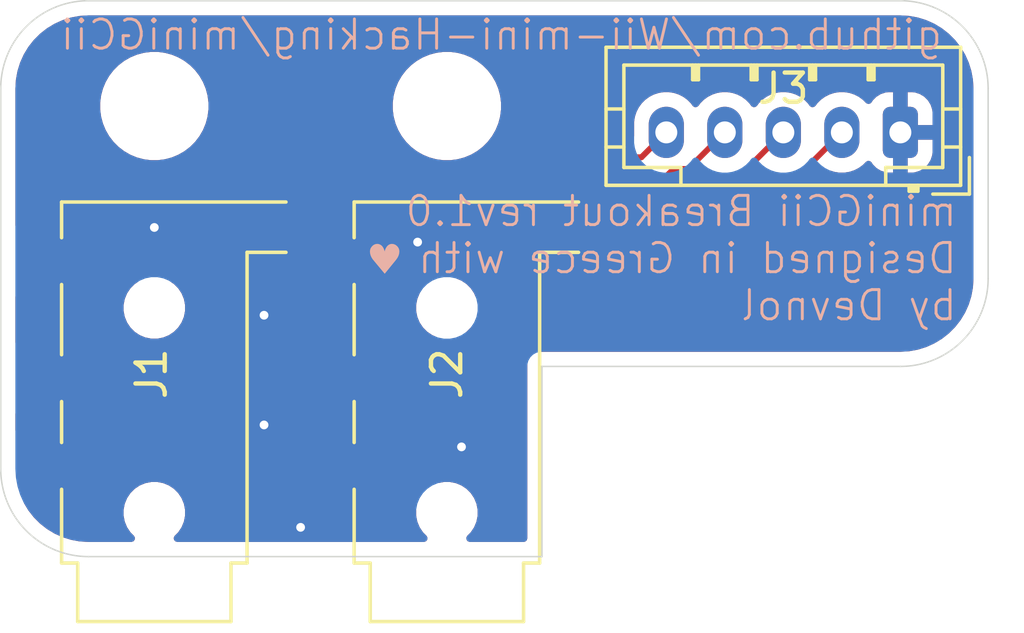
<source format=kicad_pcb>
(kicad_pcb (version 20240108) (generator "pcbnew") (generator_version "8.0")
  (layers (0 "F.Cu" signal) (31 "B.Cu" signal) (34 "B.Paste" user) (35 "F.Paste" user) (36 "B.SilkS" user "B.Silkscreen") (37 "F.SilkS" user "F.Silkscreen") (38 "B.Mask" user) (39 "F.Mask" user) (44 "Edge.Cuts" user))
  (net 0 "")
  (net 1 "/DAT1")
  (net 2 "/GND")
  (net 3 "/3v3")
  (net 4 "/5V")
  (net 5 "/DAT2")
  (footprint "MountingHole:MountingHole_3.2mm_M3" (layer "F.Cu") (at 143.25 105.6)
    (property "Reference" "REF**" (hide yes))
    (property "Value" "MountingHole_3.2mm_M3" (hide yes))
    (pad "" np_thru_hole circle (at 0 0) (size 3.2 3.2) (drill 3.2) (layers "*.Cu" "*.Mask"))
  )
  (footprint "Connector_Audio:Jack_3.5mm_KoreanHropartsElec_PJ-320D-4A_Horizontal" (layer "F.Cu") (at 143.25 114.75 90)
    (property "Reference" "J2" (at 0 0 90) (layer "F.SilkS"))
    (property "Value" "AudioJack4" (hide yes))
    (fp_line (start 5.87 -3.17) (end 4.65 -3.17) (stroke (width 0.12)) (layer "F.SilkS"))
    (fp_line (start 5.87 -3.17) (end 5.87 4.5) (stroke (width 0.12)) (layer "F.SilkS"))
    (fp_line (start 0.65 -3.17) (end 3.05 -3.17) (stroke (width 0.12)) (layer "F.SilkS"))
    (fp_line (start -2.35 -3.17) (end -0.95 -3.17) (stroke (width 0.12)) (layer "F.SilkS"))
    (fp_line (start -6.47 -3.17) (end -3.95 -3.17) (stroke (width 0.12)) (layer "F.SilkS"))
    (fp_line (start -6.47 -2.62) (end -6.47 -3.17) (stroke (width 0.12)) (layer "F.SilkS"))
    (fp_line (start -8.47 -2.62) (end -6.47 -2.62) (stroke (width 0.12)) (layer "F.SilkS"))
    (fp_line (start -6.47 2.62) (end -8.47 2.62) (stroke (width 0.12)) (layer "F.SilkS"))
    (fp_line (start -8.47 2.62) (end -8.47 -2.62) (stroke (width 0.12)) (layer "F.SilkS"))
    (fp_line (start 4.15 3.17) (end -6.47 3.17) (stroke (width 0.12)) (layer "F.SilkS"))
    (fp_line (start -6.47 3.17) (end -6.47 2.62) (stroke (width 0.12)) (layer "F.SilkS"))
    (fp_line (start 4.15 4.5) (end 4.15 3.17) (stroke (width 0.12)) (layer "F.SilkS"))
    (pad "" np_thru_hole circle (at -4.75 0 90) (size 1.6 1.6) (drill 1.6) (layers "F&B.Cu" "*.Mask"))
    (pad "" np_thru_hole circle (at 2.25 0 90) (size 1.6 1.6) (drill 1.6) (layers "F&B.Cu" "*.Mask"))
    (pad "R1" smd rect (at -0.15 -3.25 90) (size 1.2 2.5) (layers "F.Cu" "F.Paste" "F.Mask") (net 3 "/3v3"))
    (pad "R2" smd rect (at -3.15 -3.25 90) (size 1.2 2.5) (layers "F.Cu" "F.Paste" "F.Mask") (net 5 "/DAT2"))
    (pad "S" smd rect (at 4.95 3.25 90) (size 1.2 2.5) (layers "F.Cu" "F.Paste" "F.Mask") (net 2 "/GND"))
    (pad "T" smd rect (at 3.85 -3.25 90) (size 1.2 2.5) (layers "F.Cu" "F.Paste" "F.Mask") (net 4 "/5V"))
  )
  (footprint "Connector_Audio:Jack_3.5mm_KoreanHropartsElec_PJ-320D-4A_Horizontal" (layer "F.Cu") (at 133.25 114.75 90)
    (property "Reference" "J1" (at 0 -0.1 90) (layer "F.SilkS"))
    (property "Value" "AudioJack4" (hide yes))
    (fp_line (start 5.87 -3.17) (end 4.65 -3.17) (stroke (width 0.12)) (layer "F.SilkS"))
    (fp_line (start 5.87 -3.17) (end 5.87 4.5) (stroke (width 0.12)) (layer "F.SilkS"))
    (fp_line (start 0.65 -3.17) (end 3.05 -3.17) (stroke (width 0.12)) (layer "F.SilkS"))
    (fp_line (start -2.35 -3.17) (end -0.95 -3.17) (stroke (width 0.12)) (layer "F.SilkS"))
    (fp_line (start -6.47 -3.17) (end -3.95 -3.17) (stroke (width 0.12)) (layer "F.SilkS"))
    (fp_line (start -6.47 -2.62) (end -6.47 -3.17) (stroke (width 0.12)) (layer "F.SilkS"))
    (fp_line (start -8.47 -2.62) (end -6.47 -2.62) (stroke (width 0.12)) (layer "F.SilkS"))
    (fp_line (start -6.47 2.62) (end -8.47 2.62) (stroke (width 0.12)) (layer "F.SilkS"))
    (fp_line (start -8.47 2.62) (end -8.47 -2.62) (stroke (width 0.12)) (layer "F.SilkS"))
    (fp_line (start 4.15 3.17) (end -6.47 3.17) (stroke (width 0.12)) (layer "F.SilkS"))
    (fp_line (start -6.47 3.17) (end -6.47 2.62) (stroke (width 0.12)) (layer "F.SilkS"))
    (fp_line (start 4.15 4.5) (end 4.15 3.17) (stroke (width 0.12)) (layer "F.SilkS"))
    (pad "" np_thru_hole circle (at -4.75 0 90) (size 1.6 1.6) (drill 1.6) (layers "F&B.Cu" "*.Mask"))
    (pad "" np_thru_hole circle (at 2.25 0 90) (size 1.6 1.6) (drill 1.6) (layers "F&B.Cu" "*.Mask"))
    (pad "R1" smd rect (at -0.15 -3.25 90) (size 1.2 2.5) (layers "F.Cu" "F.Paste" "F.Mask") (net 3 "/3v3"))
    (pad "R2" smd rect (at -3.15 -3.25 90) (size 1.2 2.5) (layers "F.Cu" "F.Paste" "F.Mask") (net 1 "/DAT1"))
    (pad "S" smd rect (at 4.95 3.25 90) (size 1.2 2.5) (layers "F.Cu" "F.Paste" "F.Mask") (net 2 "/GND"))
    (pad "T" smd rect (at 3.85 -3.25 90) (size 1.2 2.5) (layers "F.Cu" "F.Paste" "F.Mask") (net 4 "/5V"))
  )
  (footprint "MountingHole:MountingHole_3.2mm_M3" (layer "F.Cu") (at 133.25 105.6)
    (property "Reference" "REF**" (hide yes))
    (property "Value" "MountingHole_3.2mm_M3" (hide yes))
    (pad "" np_thru_hole circle (at 0 0) (size 3.2 3.2) (drill 3.2) (layers "*.Cu" "*.Mask"))
  )
  (footprint "Connector_JST:JST_PH_B5B-PH-K_1x05_P2.00mm_Vertical" (layer "F.Cu") (at 158.75 106.5 180)
    (property "Reference" "J3" (at 4 1.5 0) (layer "F.SilkS"))
    (property "Value" "Conn_01x05_Pin" (hide yes))
    (fp_line (start 10.06 2.91) (end 10.06 -1.81) (stroke (width 0.12)) (layer "F.SilkS"))
    (fp_line (start 10.06 0.8) (end 9.45 0.8) (stroke (width 0.12)) (layer "F.SilkS"))
    (fp_line (start 10.06 -0.5) (end 9.45 -0.5) (stroke (width 0.12)) (layer "F.SilkS"))
    (fp_line (start 10.06 -1.81) (end -2.06 -1.81) (stroke (width 0.12)) (layer "F.SilkS"))
    (fp_line (start 9.45 2.3) (end 9.45 -1.2) (stroke (width 0.12)) (layer "F.SilkS"))
    (fp_line (start 9.45 -1.2) (end 7.5 -1.2) (stroke (width 0.12)) (layer "F.SilkS"))
    (fp_line (start 7.5 -1.2) (end 7.5 -1.81) (stroke (width 0.12)) (layer "F.SilkS"))
    (fp_line (start 7.1 1.8) (end 7.1 2.3) (stroke (width 0.12)) (layer "F.SilkS"))
    (fp_line (start 7 2.3) (end 7 1.8) (stroke (width 0.12)) (layer "F.SilkS"))
    (fp_line (start 6.9 2.3) (end 6.9 1.8) (stroke (width 0.12)) (layer "F.SilkS"))
    (fp_line (start 6.9 1.8) (end 7.1 1.8) (stroke (width 0.12)) (layer "F.SilkS"))
    (fp_line (start 5.1 1.8) (end 5.1 2.3) (stroke (width 0.12)) (layer "F.SilkS"))
    (fp_line (start 5 2.3) (end 5 1.8) (stroke (width 0.12)) (layer "F.SilkS"))
    (fp_line (start 4.9 2.3) (end 4.9 1.8) (stroke (width 0.12)) (layer "F.SilkS"))
    (fp_line (start 4.9 1.8) (end 5.1 1.8) (stroke (width 0.12)) (layer "F.SilkS"))
    (fp_line (start 3.1 1.8) (end 3.1 2.3) (stroke (width 0.12)) (layer "F.SilkS"))
    (fp_line (start 3 2.3) (end 3 1.8) (stroke (width 0.12)) (layer "F.SilkS"))
    (fp_line (start 2.9 2.3) (end 2.9 1.8) (stroke (width 0.12)) (layer "F.SilkS"))
    (fp_line (start 2.9 1.8) (end 3.1 1.8) (stroke (width 0.12)) (layer "F.SilkS"))
    (fp_line (start 1.1 1.8) (end 1.1 2.3) (stroke (width 0.12)) (layer "F.SilkS"))
    (fp_line (start 1 2.3) (end 1 1.8) (stroke (width 0.12)) (layer "F.SilkS"))
    (fp_line (start 0.9 2.3) (end 0.9 1.8) (stroke (width 0.12)) (layer "F.SilkS"))
    (fp_line (start 0.9 1.8) (end 1.1 1.8) (stroke (width 0.12)) (layer "F.SilkS"))
    (fp_line (start 0.5 -1.2) (end -1.45 -1.2) (stroke (width 0.12)) (layer "F.SilkS"))
    (fp_line (start 0.5 -1.81) (end 0.5 -1.2) (stroke (width 0.12)) (layer "F.SilkS"))
    (fp_line (start -0.3 -1.81) (end -0.3 -2.01) (stroke (width 0.12)) (layer "F.SilkS"))
    (fp_line (start -0.3 -1.91) (end -0.6 -1.91) (stroke (width 0.12)) (layer "F.SilkS"))
    (fp_line (start -0.3 -2.01) (end -0.6 -2.01) (stroke (width 0.12)) (layer "F.SilkS"))
    (fp_line (start -0.6 -2.01) (end -0.6 -1.81) (stroke (width 0.12)) (layer "F.SilkS"))
    (fp_line (start -1.11 -2.11) (end -2.36 -2.11) (stroke (width 0.12)) (layer "F.SilkS"))
    (fp_line (start -1.45 2.3) (end 9.45 2.3) (stroke (width 0.12)) (layer "F.SilkS"))
    (fp_line (start -1.45 -1.2) (end -1.45 2.3) (stroke (width 0.12)) (layer "F.SilkS"))
    (fp_line (start -2.06 2.91) (end 10.06 2.91) (stroke (width 0.12)) (layer "F.SilkS"))
    (fp_line (start -2.06 0.8) (end -1.45 0.8) (stroke (width 0.12)) (layer "F.SilkS"))
    (fp_line (start -2.06 -0.5) (end -1.45 -0.5) (stroke (width 0.12)) (layer "F.SilkS"))
    (fp_line (start -2.06 -1.81) (end -2.06 2.91) (stroke (width 0.12)) (layer "F.SilkS"))
    (fp_line (start -2.36 -2.11) (end -2.36 -0.86) (stroke (width 0.12)) (layer "F.SilkS"))
    (pad "1" thru_hole roundrect (at 0 0 180) (size 1.2 1.75) (drill 0.75) (layers "*.Cu" "*.Mask") (roundrect_rratio 0.208333) (net 2 "/GND"))
    (pad "2" thru_hole oval (at 2 0 180) (size 1.2 1.75) (drill 0.75) (layers "*.Cu" "*.Mask") (net 1 "/DAT1"))
    (pad "3" thru_hole oval (at 4 0 180) (size 1.2 1.75) (drill 0.75) (layers "*.Cu" "*.Mask") (net 5 "/DAT2"))
    (pad "4" thru_hole oval (at 6 0 180) (size 1.2 1.75) (drill 0.75) (layers "*.Cu" "*.Mask") (net 3 "/3v3"))
    (pad "5" thru_hole oval (at 8 0 180) (size 1.2 1.75) (drill 0.75) (layers "*.Cu" "*.Mask") (net 4 "/5V"))
  )
  (gr_line (start 128 105) (end 128 118) (stroke (width 0.05)) (layer "Edge.Cuts"))
  (gr_arc (start 158.75 102) (mid 160.87132 102.87868) (end 161.75 105) (stroke (width 0.05)) (layer "Edge.Cuts"))
  (gr_line (start 146.5 121) (end 146.5 114.5) (stroke (width 0.05)) (layer "Edge.Cuts"))
  (gr_line (start 158.75 114.5) (end 146.5 114.5) (stroke (width 0.05)) (layer "Edge.Cuts"))
  (gr_line (start 161.75 111.5) (end 161.75 105) (stroke (width 0.05)) (layer "Edge.Cuts"))
  (gr_line (start 131 121) (end 146.5 121) (stroke (width 0.05)) (layer "Edge.Cuts"))
  (gr_line (start 158.75 102) (end 131 102) (stroke (width 0.05)) (layer "Edge.Cuts"))
  (gr_arc (start 161.75 111.5) (mid 160.87132 113.62132) (end 158.75 114.5) (stroke (width 0.05)) (layer "Edge.Cuts"))
  (gr_arc (start 131 121) (mid 128.87868 120.12132) (end 128 118) (stroke (width 0.05)) (layer "Edge.Cuts"))
  (gr_arc (start 128 105) (mid 128.87868 102.87868) (end 131 102) (stroke (width 0.05)) (layer "Edge.Cuts"))
  (gr_text "♥︎" (at 141.75 111.5 0) (layer "B.SilkS") (effects (font (size 1 1) (thickness 0.1)) (justify left bottom mirror)))
  (gr_text "miniGCii Breakout rev1.0\nDesigned in Greece with   \nby Devnol" (at 160.75 113 0) (layer "B.SilkS") (effects (font (size 1 1) (thickness 0.1)) (justify left bottom mirror)))
  (gr_text "github.com/Wii-mini-Hacking/miniGCii" (at 160.25 103.75 0) (layer "B.SilkS") (effects (font (size 1 1) (thickness 0.1)) (justify left bottom mirror)))
  (segment (start 151.065686 109) (end 148.415686 111.65) (width 0.2) (layer "F.Cu") (net 1))
  (segment (start 156.75 106.5) (end 154.25 109) (width 0.2) (layer "F.Cu") (net 1))
  (segment (start 147.6 111.65) (end 142.25 117) (width 0.2) (layer "F.Cu") (net 1))
  (segment (start 148.415686 111.65) (end 147.6 111.65) (width 0.2) (layer "F.Cu") (net 1))
  (segment (start 141.7 118.8) (end 137.8 118.8) (width 0.2) (layer "F.Cu") (net 1))
  (segment (start 130.65 117.25) (end 130 117.9) (width 0.2) (layer "F.Cu") (net 1))
  (segment (start 137.8 118.8) (end 136.25 117.25) (width 0.2) (layer "F.Cu") (net 1))
  (segment (start 136.25 117.25) (end 130.65 117.25) (width 0.2) (layer "F.Cu") (net 1))
  (segment (start 154.25 109) (end 151.065686 109) (width 0.2) (layer "F.Cu") (net 1))
  (segment (start 142.25 118.25) (end 141.7 118.8) (width 0.2) (layer "F.Cu") (net 1))
  (segment (start 142.25 117) (end 142.25 118.25) (width 0.2) (layer "F.Cu") (net 1))
  (via (at 142.25 110.25) (size 0.6) (drill 0.3) (layers "F.Cu" "B.Cu") (net 2))
  (via (at 138.25 120) (size 0.6) (drill 0.3) (layers "F.Cu" "B.Cu") (net 2))
  (via (at 133.25 109.75) (size 0.6) (drill 0.3) (layers "F.Cu" "B.Cu") (net 2))
  (via (at 137 112.75) (size 0.6) (drill 0.3) (layers "F.Cu" "B.Cu") (net 2))
  (via (at 137 116.5) (size 0.6) (drill 0.3) (layers "F.Cu" "B.Cu") (net 2))
  (via (at 143.75 117.25) (size 0.6) (drill 0.3) (layers "F.Cu" "B.Cu") (net 2))
  (segment (start 142.476346 114.9) (end 146.676346 110.7) (width 0.2) (layer "F.Cu") (net 3))
  (segment (start 139.75 114.8) (end 139.85 114.9) (width 0.2) (layer "F.Cu") (net 3))
  (segment (start 146.676346 110.7) (end 148.05 110.7) (width 0.2) (layer "F.Cu") (net 3))
  (segment (start 129.85 114.9) (end 129.95 114.8) (width 0.2) (layer "F.Cu") (net 3))
  (segment (start 129.95 114.8) (end 139.75 114.8) (width 0.2) (layer "F.Cu") (net 3))
  (segment (start 151 107.75) (end 151.5 107.75) (width 0.2) (layer "F.Cu") (net 3))
  (segment (start 151.5 107.75) (end 152.75 106.5) (width 0.2) (layer "F.Cu") (net 3))
  (segment (start 148.05 110.7) (end 151 107.75) (width 0.2) (layer "F.Cu") (net 3))
  (segment (start 139.85 114.9) (end 142.476346 114.9) (width 0.2) (layer "F.Cu") (net 3))
  (segment (start 129.95 110.8) (end 139.75 110.8) (width 0.2) (layer "F.Cu") (net 4))
  (segment (start 142.8 111.2) (end 146.65 107.35) (width 0.2) (layer "F.Cu") (net 4))
  (segment (start 149.9 107.35) (end 150.75 106.5) (width 0.2) (layer "F.Cu") (net 4))
  (segment (start 140.15 111.2) (end 142.8 111.2) (width 0.2) (layer "F.Cu") (net 4))
  (segment (start 146.65 107.35) (end 149.9 107.35) (width 0.2) (layer "F.Cu") (net 4))
  (segment (start 139.75 110.8) (end 140.15 111.2) (width 0.2) (layer "F.Cu") (net 4))
  (segment (start 129.85 110.9) (end 129.95 110.8) (width 0.2) (layer "F.Cu") (net 4))
  (segment (start 140.6 117.9) (end 140 117.9) (width 0.2) (layer "F.Cu") (net 5))
  (segment (start 148.25 111.25) (end 147.25 111.25) (width 0.2) (layer "F.Cu") (net 5))
  (segment (start 154.75 106.5) (end 153 108.25) (width 0.2) (layer "F.Cu") (net 5))
  (segment (start 147.25 111.25) (end 140.6 117.9) (width 0.2) (layer "F.Cu") (net 5))
  (segment (start 151.25 108.25) (end 148.25 111.25) (width 0.2) (layer "F.Cu") (net 5))
  (segment (start 153 108.25) (end 151.25 108.25) (width 0.2) (layer "F.Cu") (net 5))
  (zone (net 2) (net_name "/GND") (layers "F&B.Cu") (connect_pads thru_hole_only (clearance 0.5)) (min_thickness 0.25) (fill yes (thermal_gap 0.5) (thermal_bridge_width 0.5))
    (polygon (pts (xy 128 102) (xy 163 102) (xy 163 110) (xy 162.995908 121) (xy 149.5 121) (xy 128 121)))
  )
)
</source>
